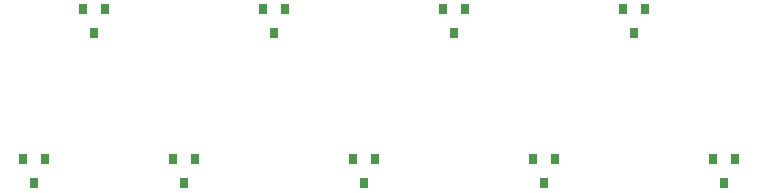
<source format=gbr>
G04 #@! TF.GenerationSoftware,KiCad,Pcbnew,(5.0.0)*
G04 #@! TF.CreationDate,2019-07-13T19:24:01-04:00*
G04 #@! TF.ProjectId,ProMicro-Breakout,50726F4D6963726F2D427265616B6F75,rev?*
G04 #@! TF.SameCoordinates,Original*
G04 #@! TF.FileFunction,Paste,Top*
G04 #@! TF.FilePolarity,Positive*
%FSLAX46Y46*%
G04 Gerber Fmt 4.6, Leading zero omitted, Abs format (unit mm)*
G04 Created by KiCad (PCBNEW (5.0.0)) date 07/13/19 19:24:01*
%MOMM*%
%LPD*%
G01*
G04 APERTURE LIST*
%ADD10R,0.800000X0.900000*%
G04 APERTURE END LIST*
D10*
G04 #@! TO.C,Q8*
X119380000Y-120380000D03*
X118430000Y-118380000D03*
X120330000Y-118380000D03*
G04 #@! TD*
G04 #@! TO.C,Q9*
X115250000Y-131080000D03*
X113350000Y-131080000D03*
X114300000Y-133080000D03*
G04 #@! TD*
G04 #@! TO.C,Q1*
X172720000Y-133080000D03*
X171770000Y-131080000D03*
X173670000Y-131080000D03*
G04 #@! TD*
G04 #@! TO.C,Q2*
X166050000Y-118380000D03*
X164150000Y-118380000D03*
X165100000Y-120380000D03*
G04 #@! TD*
G04 #@! TO.C,Q3*
X157480000Y-133080000D03*
X156530000Y-131080000D03*
X158430000Y-131080000D03*
G04 #@! TD*
G04 #@! TO.C,Q4*
X150810000Y-118380000D03*
X148910000Y-118380000D03*
X149860000Y-120380000D03*
G04 #@! TD*
G04 #@! TO.C,Q5*
X142240000Y-133080000D03*
X141290000Y-131080000D03*
X143190000Y-131080000D03*
G04 #@! TD*
G04 #@! TO.C,Q6*
X135570000Y-118380000D03*
X133670000Y-118380000D03*
X134620000Y-120380000D03*
G04 #@! TD*
G04 #@! TO.C,Q7*
X127000000Y-133080000D03*
X126050000Y-131080000D03*
X127950000Y-131080000D03*
G04 #@! TD*
M02*

</source>
